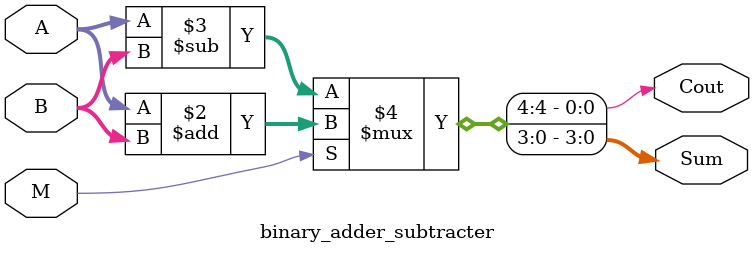
<source format=v>
module binary_adder_subtracter (Sum, Cout, A,B,M);
    
    output [3: 0] Sum;
    output Cout;
    input [3: 0] A, B;
    input M;
    assign {Cout, Sum} = (M==1)?(A + B):(A-B);
endmodule





</source>
